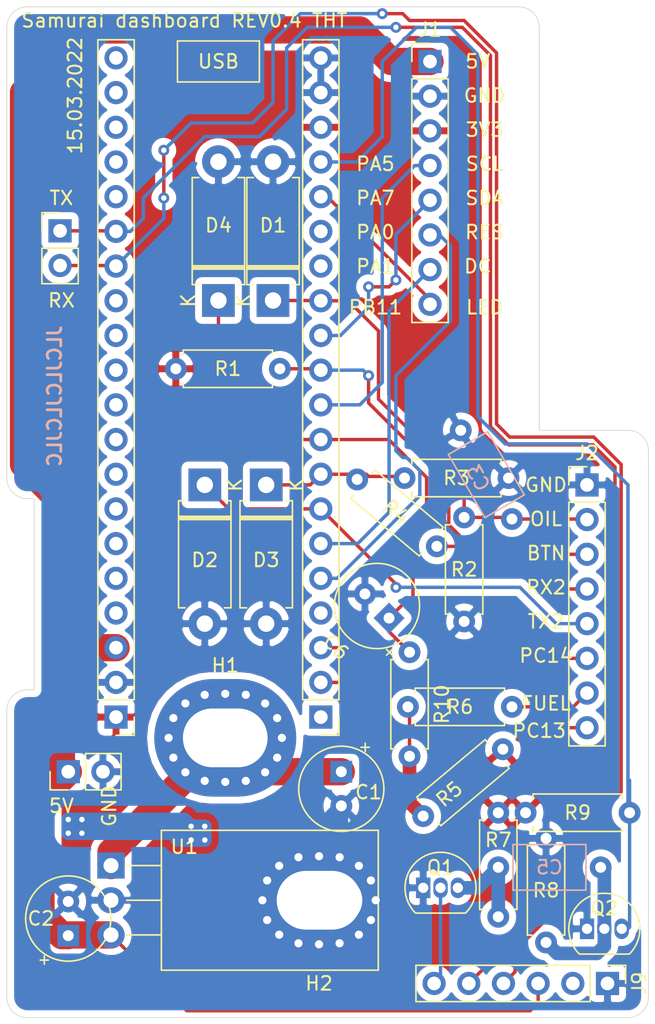
<source format=kicad_pcb>
(kicad_pcb (version 20171130) (host pcbnew 5.1.9+dfsg1-1~bpo10+1)
  (layers (0 F.Cu signal) (31 B.Cu signal) (34 B.Paste user) (35 F.Paste user) (36 B.SilkS user) (37 F.SilkS user) (38 B.Mask user) (39 F.Mask user) (44 Edge.Cuts user))
  (net 0 "")
  (net 1 +12V)
  (net 2 GND)
  (net 3 +5V)
  (net 4 PB0)
  (net 5 PA4)
  (net 6 Fuel_level)
  (net 7 "Net-(C5-Pad1)")
  (net 8 "Net-(C5-Pad2)")
  (net 9 PA2)
  (net 10 PA3)
  (net 11 +3V3)
  (net 12 PA5)
  (net 13 PA7)
  (net 14 PA0)
  (net 15 PA1)
  (net 16 PB11)
  (net 17 PC13)
  (net 18 PC14)
  (net 19 RX2)
  (net 20 PA6)
  (net 21 PA9)
  (net 22 PA10)
  (net 23 VB)
  (net 24 PC15)
  (net 25 PB1)
  (net 26 PB10)
  (net 27 RESET)
  (net 28 PB12)
  (net 29 PB13)
  (net 30 PB14)
  (net 31 PB15)
  (net 32 PA8)
  (net 33 PA11)
  (net 34 PA12)
  (net 35 PA15)
  (net 36 PB3)
  (net 37 PB4)
  (net 38 PB5)
  (net 39 PB6)
  (net 40 PB7)
  (net 41 PB8)
  (net 42 PB9)
  (net 43 "Net-(J9-Pad2)")
  (net 44 DTR)
  (net 45 "Net-(R10-Pad2)")
  (module Capacitor_THT:CP_Radial_Tantal_D6.0mm_P2.50mm (layer F.Cu) (at 104.5 96 270)
    (fp_text reference C1 (at 1.5 -2 180) (layer F.SilkS))
    (fp_text value 10uF)
    (pad 1 thru_hole rect (at 0 0 270) (size 1.6 1.6) (drill 0.8) (layers *.Cu *.Mask) (net 1 +12V))
    (pad 2 thru_hole circle (at 2.5 0 270) (size 1.6 1.6) (drill 0.8) (layers *.Cu *.Mask) (net 2 GND))
  )
  (module Capacitor_THT:CP_Radial_Tantal_D6.0mm_P2.50mm (layer F.Cu) (at 84.5 108 90)
    (fp_text reference C2 (at 1.25 -2 180) (layer F.SilkS))
    (fp_text value 47uF)
    (pad 2 thru_hole circle (at 2.5 0 90) (size 1.6 1.6) (drill 0.8) (layers *.Cu *.Mask) (net 2 GND))
    (pad 1 thru_hole rect (at 0 0 90) (size 1.6 1.6) (drill 0.8) (layers *.Cu *.Mask) (net 3 +5V))
  )
  (module Capacitor_THT:C_Axial_L5.1mm_D3.1mm_P7.50mm_Horizontal (layer B.Cu) (at 117 77.5 120)
    (fp_text reference C3 (at 3.848076 -0.665064 120) (layer B.SilkS) (effects (justify mirror)))
    (fp_text value 1u)
    (pad 2 thru_hole oval (at 7.5 0 120) (size 1.6 1.6) (drill 0.8) (layers *.Cu *.Mask) (net 2 GND))
    (pad 1 thru_hole circle (at 0 0 120) (size 1.6 1.6) (drill 0.8) (layers *.Cu *.Mask) (net 4 PB0))
  )
  (module Capacitor_THT:C_Axial_L5.1mm_D3.1mm_P7.50mm_Horizontal (layer B.Cu) (at 123.5 103 180)
    (fp_text reference C5 (at 3.75 0) (layer B.SilkS) (effects (justify mirror)))
    (fp_text value 1n)
    (pad 1 thru_hole circle (at 0 0 180) (size 1.6 1.6) (drill 0.8) (layers *.Cu *.Mask) (net 7 "Net-(C5-Pad1)"))
    (pad 2 thru_hole oval (at 7.5 0 180) (size 1.6 1.6) (drill 0.8) (layers *.Cu *.Mask) (net 8 "Net-(C5-Pad2)"))
  )
  (module Diode_THT:D_DO-15_P10.16mm_Horizontal (layer F.Cu) (at 99.5 61.5 90)
    (fp_text reference D1 (at 5.5 0) (layer F.SilkS))
    (fp_text value 3V6)
    (fp_text user K (at 0 -2.2 270) (layer F.SilkS))
    (pad 2 thru_hole oval (at 10.16 0 90) (size 2.4 2.4) (drill 1.2) (layers *.Cu *.Mask) (net 2 GND))
    (pad 1 thru_hole rect (at 0 0 90) (size 2.4 2.4) (drill 1.2) (layers *.Cu *.Mask) (net 4 PB0))
  )
  (module Diode_THT:D_DO-15_P10.16mm_Horizontal (layer F.Cu) (at 94.5 75 270)
    (fp_text reference D2 (at 5.5 0 180) (layer F.SilkS))
    (fp_text value 3V6)
    (fp_text user K (at 0 -2.2 90) (layer F.SilkS))
    (pad 1 thru_hole rect (at 0 0 270) (size 2.4 2.4) (drill 1.2) (layers *.Cu *.Mask) (net 9 PA2))
    (pad 2 thru_hole oval (at 10.16 0 270) (size 2.4 2.4) (drill 1.2) (layers *.Cu *.Mask) (net 2 GND))
  )
  (module Diode_THT:D_DO-15_P10.16mm_Horizontal (layer F.Cu) (at 99 75 270)
    (fp_text reference D3 (at 5.5 0 180) (layer F.SilkS))
    (fp_text value 3V6)
    (fp_text user K (at 0 -2.2 90) (layer F.SilkS))
    (pad 1 thru_hole rect (at 0 0 270) (size 2.4 2.4) (drill 1.2) (layers *.Cu *.Mask) (net 10 PA3))
    (pad 2 thru_hole oval (at 10.16 0 270) (size 2.4 2.4) (drill 1.2) (layers *.Cu *.Mask) (net 2 GND))
  )
  (module Diode_THT:D_DO-15_P10.16mm_Horizontal (layer F.Cu) (at 95.5 61.5 90)
    (fp_text reference D4 (at 5.5 0 180) (layer F.SilkS))
    (fp_text value 3V6)
    (fp_text user K (at 0 -2.2 90) (layer F.SilkS))
    (pad 2 thru_hole oval (at 10.16 0 90) (size 2.4 2.4) (drill 1.2) (layers *.Cu *.Mask) (net 2 GND))
    (pad 1 thru_hole rect (at 0 0 90) (size 2.4 2.4) (drill 1.2) (layers *.Cu *.Mask) (net 5 PA4))
  )
  (module MountingHole:MountingHole_4.3x6.2mm_M4_Pad_Via (layer F.Cu) (at 96 93.521)
    (fp_text reference H1 (at 0 -5.3) (layer F.SilkS))
    (fp_text value 12V)
    (pad 1 thru_hole circle (at 3.801 -1.45) (size 0.9 0.9) (drill 0.6) (layers *.Cu *.Mask) (net 1 +12V))
    (pad 1 thru_hole circle (at 0 -3.225) (size 0.9 0.9) (drill 0.6) (layers *.Cu *.Mask) (net 1 +12V))
    (pad 1 thru_hole circle (at -3.801 -1.45) (size 0.9 0.9) (drill 0.6) (layers *.Cu *.Mask) (net 1 +12V))
    (pad 1 thru_hole circle (at -4.15 0) (size 0.9 0.9) (drill 0.6) (layers *.Cu *.Mask) (net 1 +12V))
    (pad 1 thru_hole circle (at -3.801 1.45) (size 0.9 0.9) (drill 0.6) (layers *.Cu *.Mask) (net 1 +12V))
    (pad 1 thru_hole circle (at 0 3.225) (size 0.9 0.9) (drill 0.6) (layers *.Cu *.Mask) (net 1 +12V))
    (pad 1 thru_hole circle (at 3.801 1.45) (size 0.9 0.9) (drill 0.6) (layers *.Cu *.Mask) (net 1 +12V))
    (pad 1 thru_hole circle (at 4.15 0) (size 0.9 0.9) (drill 0.6) (layers *.Cu *.Mask) (net 1 +12V))
    (pad 1 thru_hole circle (at 1.505 -3.151) (size 0.9 0.9) (drill 0.6) (layers *.Cu *.Mask) (net 1 +12V))
    (pad 1 thru_hole circle (at 2.92 -2.521) (size 0.9 0.9) (drill 0.6) (layers *.Cu *.Mask) (net 1 +12V))
    (pad 1 thru_hole circle (at 2.92 2.521) (size 0.9 0.9) (drill 0.6) (layers *.Cu *.Mask) (net 1 +12V))
    (pad 1 thru_hole circle (at -2.92 2.521) (size 0.9 0.9) (drill 0.6) (layers *.Cu *.Mask) (net 1 +12V))
    (pad 1 thru_hole circle (at -2.92 -2.521) (size 0.9 0.9) (drill 0.6) (layers *.Cu *.Mask) (net 1 +12V))
    (pad 1 thru_hole circle (at -1.505 -3.151) (size 0.9 0.9) (drill 0.6) (layers *.Cu *.Mask) (net 1 +12V))
    (pad 1 thru_hole circle (at -1.505 3.151) (size 0.9 0.9) (drill 0.6) (layers *.Cu *.Mask) (net 1 +12V))
    (pad 1 thru_hole circle (at 1.505 3.151) (size 0.9 0.9) (drill 0.6) (layers *.Cu *.Mask) (net 1 +12V))
    (pad 1 thru_hole oval (at 0 0) (size 10.4 8.6) (drill oval 6.2 4.3) (layers *.Cu *.Mask) (net 1 +12V))
  )
  (module MountingHole:MountingHole_4.3x6.2mm_M4_Pad_Via (layer F.Cu) (at 102.87 105.41)
    (fp_text reference H2 (at 0 6.09) (layer F.SilkS))
    (fp_text value GND)
    (pad 1 thru_hole oval (at 0 0) (size 10.4 8.6) (drill oval 6.2 4.3) (layers *.Cu *.Mask) (net 2 GND))
    (pad 1 thru_hole circle (at 1.505 3.151) (size 0.9 0.9) (drill 0.6) (layers *.Cu *.Mask) (net 2 GND))
    (pad 1 thru_hole circle (at -1.505 3.151) (size 0.9 0.9) (drill 0.6) (layers *.Cu *.Mask) (net 2 GND))
    (pad 1 thru_hole circle (at -1.505 -3.151) (size 0.9 0.9) (drill 0.6) (layers *.Cu *.Mask) (net 2 GND))
    (pad 1 thru_hole circle (at -2.92 -2.521) (size 0.9 0.9) (drill 0.6) (layers *.Cu *.Mask) (net 2 GND))
    (pad 1 thru_hole circle (at -2.92 2.521) (size 0.9 0.9) (drill 0.6) (layers *.Cu *.Mask) (net 2 GND))
    (pad 1 thru_hole circle (at 2.92 2.521) (size 0.9 0.9) (drill 0.6) (layers *.Cu *.Mask) (net 2 GND))
    (pad 1 thru_hole circle (at 2.92 -2.521) (size 0.9 0.9) (drill 0.6) (layers *.Cu *.Mask) (net 2 GND))
    (pad 1 thru_hole circle (at 1.505 -3.151) (size 0.9 0.9) (drill 0.6) (layers *.Cu *.Mask) (net 2 GND))
    (pad 1 thru_hole circle (at 4.15 0) (size 0.9 0.9) (drill 0.6) (layers *.Cu *.Mask) (net 2 GND))
    (pad 1 thru_hole circle (at 3.801 1.45) (size 0.9 0.9) (drill 0.6) (layers *.Cu *.Mask) (net 2 GND))
    (pad 1 thru_hole circle (at 0 3.225) (size 0.9 0.9) (drill 0.6) (layers *.Cu *.Mask) (net 2 GND))
    (pad 1 thru_hole circle (at -3.801 1.45) (size 0.9 0.9) (drill 0.6) (layers *.Cu *.Mask) (net 2 GND))
    (pad 1 thru_hole circle (at -4.15 0) (size 0.9 0.9) (drill 0.6) (layers *.Cu *.Mask) (net 2 GND))
    (pad 1 thru_hole circle (at -3.801 -1.45) (size 0.9 0.9) (drill 0.6) (layers *.Cu *.Mask) (net 2 GND))
    (pad 1 thru_hole circle (at 0 -3.225) (size 0.9 0.9) (drill 0.6) (layers *.Cu *.Mask) (net 2 GND))
    (pad 1 thru_hole circle (at 3.801 -1.45) (size 0.9 0.9) (drill 0.6) (layers *.Cu *.Mask) (net 2 GND))
  )
  (module Connector_PinHeader_2.54mm:PinHeader_1x08_P2.54mm_Vertical (layer F.Cu) (at 111 44)
    (fp_text reference J1 (at 0 -2.33) (layer F.SilkS))
    (fp_text value LCD)
    (pad 1 thru_hole rect (at 0 0) (size 1.7 1.7) (drill 1) (layers *.Cu *.Mask) (net 3 +5V))
    (pad 2 thru_hole oval (at 0 2.54) (size 1.7 1.7) (drill 1) (layers *.Cu *.Mask) (net 2 GND))
    (pad 3 thru_hole oval (at 0 5.08) (size 1.7 1.7) (drill 1) (layers *.Cu *.Mask) (net 11 +3V3))
    (pad 4 thru_hole oval (at 0 7.62) (size 1.7 1.7) (drill 1) (layers *.Cu *.Mask) (net 12 PA5))
    (pad 5 thru_hole oval (at 0 10.16) (size 1.7 1.7) (drill 1) (layers *.Cu *.Mask) (net 13 PA7))
    (pad 6 thru_hole oval (at 0 12.7) (size 1.7 1.7) (drill 1) (layers *.Cu *.Mask) (net 14 PA0))
    (pad 7 thru_hole oval (at 0 15.24) (size 1.7 1.7) (drill 1) (layers *.Cu *.Mask) (net 15 PA1))
    (pad 8 thru_hole oval (at 0 17.78) (size 1.7 1.7) (drill 1) (layers *.Cu *.Mask) (net 16 PB11))
  )
  (module Connector_PinHeader_2.54mm:PinHeader_1x08_P2.54mm_Vertical (layer F.Cu) (at 122.5 75)
    (fp_text reference J2 (at 0 -2.33) (layer F.SilkS))
    (fp_text value IO)
    (pad 8 thru_hole oval (at 0 17.78) (size 1.7 1.7) (drill 1) (layers *.Cu *.Mask) (net 17 PC13))
    (pad 7 thru_hole oval (at 0 15.24) (size 1.7 1.7) (drill 1) (layers *.Cu *.Mask) (net 6 Fuel_level))
    (pad 6 thru_hole oval (at 0 12.7) (size 1.7 1.7) (drill 1) (layers *.Cu *.Mask) (net 18 PC14))
    (pad 5 thru_hole oval (at 0 10.16) (size 1.7 1.7) (drill 1) (layers *.Cu *.Mask) (net 9 PA2))
    (pad 4 thru_hole oval (at 0 7.62) (size 1.7 1.7) (drill 1) (layers *.Cu *.Mask) (net 19 RX2))
    (pad 3 thru_hole oval (at 0 5.08) (size 1.7 1.7) (drill 1) (layers *.Cu *.Mask) (net 20 PA6))
    (pad 2 thru_hole oval (at 0 2.54) (size 1.7 1.7) (drill 1) (layers *.Cu *.Mask) (net 4 PB0))
    (pad 1 thru_hole rect (at 0 0) (size 1.7 1.7) (drill 1) (layers *.Cu *.Mask) (net 2 GND))
  )
  (module Connector_PinHeader_2.54mm:PinHeader_1x02_P2.54mm_Vertical (layer F.Cu) (at 84.5 96 90)
    (fp_text reference J3 hide)
    (fp_text value PWR)
    (pad 2 thru_hole oval (at 0 2.54 90) (size 1.7 1.7) (drill 1) (layers *.Cu *.Mask) (net 2 GND))
    (pad 1 thru_hole rect (at 0 0 90) (size 1.7 1.7) (drill 1) (layers *.Cu *.Mask) (net 3 +5V))
  )
  (module Connector_PinHeader_2.54mm:PinHeader_1x02_P2.54mm_Vertical (layer F.Cu) (at 83.9 56.4)
    (fp_text reference J4 hide)
    (fp_text value prog)
    (pad 1 thru_hole rect (at 0 0) (size 1.7 1.7) (drill 1) (layers *.Cu *.Mask) (net 21 PA9))
    (pad 2 thru_hole oval (at 0 2.54) (size 1.7 1.7) (drill 1) (layers *.Cu *.Mask) (net 22 PA10))
  )
  (module Connector_PinHeader_2.54mm:PinHeader_1x20_P2.54mm_Vertical (layer F.Cu) (at 103 92 180)
    (fp_text reference J7 hide)
    (fp_text value STM32A)
    (pad 1 thru_hole rect (at 0 0 180) (size 1.7 1.7) (drill 1) (layers *.Cu *.Mask) (net 23 VB))
    (pad 2 thru_hole oval (at 0 2.54 180) (size 1.7 1.7) (drill 1) (layers *.Cu *.Mask) (net 17 PC13))
    (pad 3 thru_hole oval (at 0 5.08 180) (size 1.7 1.7) (drill 1) (layers *.Cu *.Mask) (net 18 PC14))
    (pad 4 thru_hole oval (at 0 7.62 180) (size 1.7 1.7) (drill 1) (layers *.Cu *.Mask) (net 24 PC15))
    (pad 5 thru_hole oval (at 0 10.16 180) (size 1.7 1.7) (drill 1) (layers *.Cu *.Mask) (net 14 PA0))
    (pad 6 thru_hole oval (at 0 12.7 180) (size 1.7 1.7) (drill 1) (layers *.Cu *.Mask) (net 15 PA1))
    (pad 7 thru_hole oval (at 0 15.24 180) (size 1.7 1.7) (drill 1) (layers *.Cu *.Mask) (net 9 PA2))
    (pad 8 thru_hole oval (at 0 17.78 180) (size 1.7 1.7) (drill 1) (layers *.Cu *.Mask) (net 10 PA3))
    (pad 9 thru_hole oval (at 0 20.32 180) (size 1.7 1.7) (drill 1) (layers *.Cu *.Mask) (net 5 PA4))
    (pad 10 thru_hole oval (at 0 22.86 180) (size 1.7 1.7) (drill 1) (layers *.Cu *.Mask) (net 12 PA5))
    (pad 11 thru_hole oval (at 0 25.4 180) (size 1.7 1.7) (drill 1) (layers *.Cu *.Mask) (net 20 PA6))
    (pad 12 thru_hole oval (at 0 27.94 180) (size 1.7 1.7) (drill 1) (layers *.Cu *.Mask) (net 13 PA7))
    (pad 13 thru_hole oval (at 0 30.48 180) (size 1.7 1.7) (drill 1) (layers *.Cu *.Mask) (net 4 PB0))
    (pad 14 thru_hole oval (at 0 33.02 180) (size 1.7 1.7) (drill 1) (layers *.Cu *.Mask) (net 25 PB1))
    (pad 15 thru_hole oval (at 0 35.56 180) (size 1.7 1.7) (drill 1) (layers *.Cu *.Mask) (net 26 PB10))
    (pad 16 thru_hole oval (at 0 38.1 180) (size 1.7 1.7) (drill 1) (layers *.Cu *.Mask) (net 16 PB11))
    (pad 17 thru_hole oval (at 0 40.64 180) (size 1.7 1.7) (drill 1) (layers *.Cu *.Mask) (net 27 RESET))
    (pad 18 thru_hole oval (at 0 43.18 180) (size 1.7 1.7) (drill 1) (layers *.Cu *.Mask) (net 11 +3V3))
    (pad 19 thru_hole oval (at 0 45.72 180) (size 1.7 1.7) (drill 1) (layers *.Cu *.Mask) (net 2 GND))
    (pad 20 thru_hole oval (at 0 48.26 180) (size 1.7 1.7) (drill 1) (layers *.Cu *.Mask) (net 2 GND))
  )
  (module Connector_PinHeader_2.54mm:PinHeader_1x20_P2.54mm_Vertical (layer F.Cu) (at 88 92 180)
    (fp_text reference J8 hide)
    (fp_text value STM32B)
    (pad 20 thru_hole oval (at 0 48.26 180) (size 1.7 1.7) (drill 1) (layers *.Cu *.Mask) (net 28 PB12))
    (pad 19 thru_hole oval (at 0 45.72 180) (size 1.7 1.7) (drill 1) (layers *.Cu *.Mask) (net 29 PB13))
    (pad 18 thru_hole oval (at 0 43.18 180) (size 1.7 1.7) (drill 1) (layers *.Cu *.Mask) (net 30 PB14))
    (pad 17 thru_hole oval (at 0 40.64 180) (size 1.7 1.7) (drill 1) (layers *.Cu *.Mask) (net 31 PB15))
    (pad 16 thru_hole oval (at 0 38.1 180) (size 1.7 1.7) (drill 1) (layers *.Cu *.Mask) (net 32 PA8))
    (pad 15 thru_hole oval (at 0 35.56 180) (size 1.7 1.7) (drill 1) (layers *.Cu *.Mask) (net 21 PA9))
    (pad 14 thru_hole oval (at 0 33.02 180) (size 1.7 1.7) (drill 1) (layers *.Cu *.Mask) (net 22 PA10))
    (pad 13 thru_hole oval (at 0 30.48 180) (size 1.7 1.7) (drill 1) (layers *.Cu *.Mask) (net 33 PA11))
    (pad 12 thru_hole oval (at 0 27.94 180) (size 1.7 1.7) (drill 1) (layers *.Cu *.Mask) (net 34 PA12))
    (pad 11 thru_hole oval (at 0 25.4 180) (size 1.7 1.7) (drill 1) (layers *.Cu *.Mask) (net 35 PA15))
    (pad 10 thru_hole oval (at 0 22.86 180) (size 1.7 1.7) (drill 1) (layers *.Cu *.Mask) (net 36 PB3))
    (pad 9 thru_hole oval (at 0 20.32 180) (size 1.7 1.7) (drill 1) (layers *.Cu *.Mask) (net 37 PB4))
    (pad 8 thru_hole oval (at 0 17.78 180) (size 1.7 1.7) (drill 1) (layers *.Cu *.Mask) (net 38 PB5))
    (pad 7 thru_hole oval (at 0 15.24 180) (size 1.7 1.7) (drill 1) (layers *.Cu *.Mask) (net 39 PB6))
    (pad 6 thru_hole oval (at 0 12.7 180) (size 1.7 1.7) (drill 1) (layers *.Cu *.Mask) (net 40 PB7))
    (pad 5 thru_hole oval (at 0 10.16 180) (size 1.7 1.7) (drill 1) (layers *.Cu *.Mask) (net 41 PB8))
    (pad 4 thru_hole oval (at 0 7.62 180) (size 1.7 1.7) (drill 1) (layers *.Cu *.Mask) (net 42 PB9))
    (pad 3 thru_hole oval (at 0 5.08 180) (size 1.7 1.7) (drill 1) (layers *.Cu *.Mask) (net 3 +5V))
    (pad 2 thru_hole oval (at 0 2.54 180) (size 1.7 1.7) (drill 1) (layers *.Cu *.Mask) (net 2 GND))
    (pad 1 thru_hole rect (at 0 0 180) (size 1.7 1.7) (drill 1) (layers *.Cu *.Mask) (net 11 +3V3))
  )
  (module Connector_PinHeader_2.54mm:PinHeader_1x06_P2.54mm_Vertical (layer F.Cu) (at 124 111.5 270)
    (fp_text reference J9 (at 0 -2.33 90) (layer F.SilkS))
    (fp_text value FTDI)
    (pad 1 thru_hole rect (at 0 0 270) (size 1.7 1.7) (drill 1) (layers *.Cu *.Mask) (net 2 GND))
    (pad 2 thru_hole oval (at 0 2.54 270) (size 1.7 1.7) (drill 1) (layers *.Cu *.Mask) (net 43 "Net-(J9-Pad2)"))
    (pad 3 thru_hole oval (at 0 5.08 270) (size 1.7 1.7) (drill 1) (layers *.Cu *.Mask) (net 3 +5V))
    (pad 4 thru_hole oval (at 0 7.62 270) (size 1.7 1.7) (drill 1) (layers *.Cu *.Mask) (net 22 PA10))
    (pad 5 thru_hole oval (at 0 10.16 270) (size 1.7 1.7) (drill 1) (layers *.Cu *.Mask) (net 21 PA9))
    (pad 6 thru_hole oval (at 0 12.7 270) (size 1.7 1.7) (drill 1) (layers *.Cu *.Mask) (net 44 DTR))
  )
  (module Package_TO_SOT_THT:TO-92_Inline (layer F.Cu) (at 110.5 104.5)
    (fp_text reference Q1 (at 1.27 -1.5) (layer F.SilkS))
    (fp_text value 2N3904)
    (pad 1 thru_hole rect (at 0 0) (size 1.05 1.5) (drill 0.75) (layers *.Cu *.Mask) (net 2 GND))
    (pad 3 thru_hole oval (at 2.54 0) (size 1.05 1.5) (drill 0.75) (layers *.Cu *.Mask) (net 8 "Net-(C5-Pad2)"))
    (pad 2 thru_hole oval (at 1.27 0) (size 1.05 1.5) (drill 0.75) (layers *.Cu *.Mask) (net 44 DTR))
  )
  (module Package_TO_SOT_THT:TO-92_Inline (layer F.Cu) (at 122.5 107.5)
    (fp_text reference Q2 (at 1.27 -1.5) (layer F.SilkS))
    (fp_text value 2N3904)
    (pad 2 thru_hole oval (at 1.27 0) (size 1.05 1.5) (drill 0.75) (layers *.Cu *.Mask) (net 7 "Net-(C5-Pad1)"))
    (pad 3 thru_hole oval (at 2.54 0) (size 1.05 1.5) (drill 0.75) (layers *.Cu *.Mask) (net 27 RESET))
    (pad 1 thru_hole rect (at 0 0) (size 1.05 1.5) (drill 0.75) (layers *.Cu *.Mask) (net 2 GND))
  )
  (module Resistor_THT:R_Axial_DIN0207_L6.3mm_D2.5mm_P7.62mm_Horizontal (layer F.Cu) (at 100 66.5 180)
    (fp_text reference R1 (at 3.81 0) (layer F.SilkS))
    (fp_text value 10K)
    (pad 1 thru_hole circle (at 0 0 180) (size 1.6 1.6) (drill 0.8) (layers *.Cu *.Mask) (net 20 PA6))
    (pad 2 thru_hole oval (at 7.62 0 180) (size 1.6 1.6) (drill 0.8) (layers *.Cu *.Mask) (net 11 +3V3))
  )
  (module Resistor_THT:R_Axial_DIN0207_L6.3mm_D2.5mm_P7.62mm_Horizontal (layer F.Cu) (at 113.5 85 90)
    (fp_text reference R2 (at 3.81 0 180) (layer F.SilkS))
    (fp_text value 150)
    (pad 2 thru_hole oval (at 7.62 0 90) (size 1.6 1.6) (drill 0.8) (layers *.Cu *.Mask) (net 4 PB0))
    (pad 1 thru_hole circle (at 0 0 90) (size 1.6 1.6) (drill 0.8) (layers *.Cu *.Mask) (net 2 GND))
  )
  (module Resistor_THT:R_Axial_DIN0207_L6.3mm_D2.5mm_P7.62mm_Horizontal (layer F.Cu) (at 116.75 74.5 180)
    (fp_text reference R3 (at 3.81 0) (layer F.SilkS))
    (fp_text value 330)
    (pad 2 thru_hole oval (at 7.62 0 180) (size 1.6 1.6) (drill 0.8) (layers *.Cu *.Mask) (net 10 PA3))
    (pad 1 thru_hole circle (at 0 0 180) (size 1.6 1.6) (drill 0.8) (layers *.Cu *.Mask) (net 2 GND))
  )
  (module Resistor_THT:R_Axial_DIN0207_L6.3mm_D2.5mm_P7.62mm_Horizontal (layer F.Cu) (at 111.5 79.5 140)
    (fp_text reference R4 (at 3.905102 -0.013252 140) (layer F.SilkS))
    (fp_text value 230)
    (pad 1 thru_hole circle (at 0 0 140) (size 1.6 1.6) (drill 0.8) (layers *.Cu *.Mask) (net 19 RX2))
    (pad 2 thru_hole oval (at 7.62 0 140) (size 1.6 1.6) (drill 0.8) (layers *.Cu *.Mask) (net 10 PA3))
  )
  (module Resistor_THT:R_Axial_DIN0207_L6.3mm_D2.5mm_P7.62mm_Horizontal (layer F.Cu) (at 110.5 99.25 40)
    (fp_text reference R5 (at 2.5 0 40) (layer F.SilkS))
    (fp_text value 120)
    (pad 1 thru_hole circle (at 0 0 40) (size 1.6 1.6) (drill 0.8) (layers *.Cu *.Mask) (net 45 "Net-(R10-Pad2)"))
    (pad 2 thru_hole oval (at 7.62 0 40) (size 1.6 1.6) (drill 0.8) (layers *.Cu *.Mask) (net 11 +3V3))
  )
  (module Resistor_THT:R_Axial_DIN0207_L6.3mm_D2.5mm_P7.62mm_Horizontal (layer F.Cu) (at 117 91.25 180)
    (fp_text reference R6 (at 3.81 0) (layer F.SilkS))
    (fp_text value 120)
    (pad 2 thru_hole oval (at 7.62 0 180) (size 1.6 1.6) (drill 0.8) (layers *.Cu *.Mask) (net 45 "Net-(R10-Pad2)"))
    (pad 1 thru_hole circle (at 0 0 180) (size 1.6 1.6) (drill 0.8) (layers *.Cu *.Mask) (net 6 Fuel_level))
  )
  (module Resistor_THT:R_Axial_DIN0207_L6.3mm_D2.5mm_P7.62mm_Horizontal (layer F.Cu) (at 116 99 270)
    (fp_text reference R7 (at 2 0 180) (layer F.SilkS))
    (fp_text value 100R)
    (pad 2 thru_hole oval (at 7.62 0 270) (size 1.6 1.6) (drill 0.8) (layers *.Cu *.Mask) (net 8 "Net-(C5-Pad2)"))
    (pad 1 thru_hole circle (at 0 0 270) (size 1.6 1.6) (drill 0.8) (layers *.Cu *.Mask) (net 11 +3V3))
  )
  (module Resistor_THT:R_Axial_DIN0207_L6.3mm_D2.5mm_P7.62mm_Horizontal (layer F.Cu) (at 119.5 108.5 90)
    (fp_text reference R8 (at 3.81 0 180) (layer F.SilkS))
    (fp_text value 100K)
    (pad 1 thru_hole circle (at 0 0 90) (size 1.6 1.6) (drill 0.8) (layers *.Cu *.Mask) (net 7 "Net-(C5-Pad1)"))
    (pad 2 thru_hole oval (at 7.62 0 90) (size 1.6 1.6) (drill 0.8) (layers *.Cu *.Mask) (net 2 GND))
  )
  (module Resistor_THT:R_Axial_DIN0207_L6.3mm_D2.5mm_P7.62mm_Horizontal (layer F.Cu) (at 118 99)
    (fp_text reference R9 (at 3.81 0) (layer F.SilkS))
    (fp_text value 10K)
    (pad 1 thru_hole circle (at 0 0) (size 1.6 1.6) (drill 0.8) (layers *.Cu *.Mask) (net 11 +3V3))
    (pad 2 thru_hole oval (at 7.62 0) (size 1.6 1.6) (drill 0.8) (layers *.Cu *.Mask) (net 27 RESET))
  )
  (module Package_TO_SOT_THT:TO-220-3_Horizontal_TabDown (layer F.Cu) (at 87.63 102.87 270)
    (fp_text reference U1 (at -1.37 -5.37 180) (layer F.SilkS))
    (fp_text value L7805)
    (pad "" np_thru_hole oval (at 2.54 -16.66 270) (size 3.5 3.5) (drill 3.5) (layers *.Cu *.Mask))
    (pad 1 thru_hole rect (at 0 0 270) (size 1.905 2) (drill 1.1) (layers *.Cu *.Mask) (net 1 +12V))
    (pad 2 thru_hole oval (at 2.54 0 270) (size 1.905 2) (drill 1.1) (layers *.Cu *.Mask) (net 2 GND))
    (pad 3 thru_hole oval (at 5.08 0 270) (size 1.905 2) (drill 1.1) (layers *.Cu *.Mask) (net 3 +5V))
  )
  (module Capacitor_THT:CP_Radial_Tantal_D6.0mm_P2.50mm (layer F.Cu) (at 108 84.75 135)
    (fp_text reference C6 (at 1.25 -4.25 135) (layer F.SilkS))
    (fp_text value 10u)
    (pad 1 thru_hole rect (at 0 0 135) (size 1.6 1.6) (drill 0.8) (layers *.Cu *.Mask) (net 5 PA4))
    (pad 2 thru_hole circle (at 2.5 0 135) (size 1.6 1.6) (drill 0.8) (layers *.Cu *.Mask) (net 2 GND))
  )
  (module Resistor_THT:R_Axial_DIN0207_L6.3mm_D2.5mm_P7.62mm_Horizontal (layer F.Cu) (at 109.5 87.25 270)
    (fp_text reference R10 (at 3.81 -2.37 90) (layer F.SilkS))
    (fp_text value 100K)
    (pad 1 thru_hole circle (at 0 0 270) (size 1.6 1.6) (drill 0.8) (layers *.Cu *.Mask) (net 5 PA4))
    (pad 2 thru_hole oval (at 7.62 0 270) (size 1.6 1.6) (drill 0.8) (layers *.Cu *.Mask) (net 45 "Net-(R10-Pad2)"))
  )
  (gr_text JLCJLCJLCJLC (at 83.5 68.5 90) (layer B.SilkS) (effects (font (size 1 1) (thickness 0.2)) (justify mirror)))
  (gr_text 15.03.2022 (at 85 46.5 90) (layer F.SilkS) (effects (font (size 1 1))))
  (gr_text "Samurai dashboard REV0.4 THT" (at 93 41) (layer F.SilkS) (effects (font (size 1 1))))
  (gr_arc (start 81.5 74.5) (end 80 74.5) (angle -90) (layer Edge.Cuts) (width 0.05))
  (gr_arc (start 81.5 91.5) (end 81.5 90) (angle -90) (layer Edge.Cuts) (width 0.05))
  (gr_arc (start 81.5 41.5) (end 81.5 40) (angle -90) (layer Edge.Cuts) (width 0.05))
  (gr_arc (start 117.5 41.5) (end 119 41.5) (angle -90) (layer Edge.Cuts) (width 0.05))
  (gr_arc (start 125.5 72.5) (end 127 72.5) (angle -90) (layer Edge.Cuts) (width 0.05))
  (gr_arc (start 125.5 112.5) (end 125.5 114) (angle -90) (layer Edge.Cuts) (width 0.05))
  (gr_arc (start 81.5 112.5) (end 80 112.5) (angle -90) (layer Edge.Cuts) (width 0.05))
  (gr_text PB11 (at 107 62) (layer F.SilkS) (effects (font (size 1 1))))
  (gr_text PA1 (at 107 59) (layer F.SilkS) (effects (font (size 1 1))))
  (gr_text PA0 (at 107 56.5) (layer F.SilkS) (effects (font (size 1 1))))
  (gr_text PA7 (at 107 54) (layer F.SilkS) (effects (font (size 1 1))))
  (gr_text PA5 (at 107 51.5) (layer F.SilkS) (effects (font (size 1 1))))
  (gr_text LED (at 115 62) (layer F.SilkS) (effects (font (size 1 1))))
  (gr_text DC (at 114.5 59) (layer F.SilkS) (effects (font (size 1 1))))
  (gr_text RES (at 115 56.5) (layer F.SilkS) (effects (font (size 1 1))))
  (gr_text SDA (at 115 54) (layer F.SilkS) (effects (font (size 1 1))))
  (gr_text SCL (at 115 51.5) (layer F.SilkS) (effects (font (size 1 1))))
  (gr_text 3V3 (at 115 49) (layer F.SilkS) (effects (font (size 1 1))))
  (gr_text GND (at 115 46.5) (layer F.SilkS) (effects (font (size 1 1))))
  (gr_text 5V (at 114.5 44) (layer F.SilkS) (effects (font (size 1 1))))
  (gr_text PC13 (at 119 93) (layer F.SilkS) (effects (font (size 1 1))))
  (gr_text FUEL (at 119.5 91) (layer F.SilkS) (effects (font (size 1 1))))
  (gr_text PC14 (at 119.5 87.5) (layer F.SilkS) (effects (font (size 1 1))))
  (gr_text TX2 (at 119.5 85) (layer F.SilkS) (effects (font (size 1 1))))
  (gr_text RX2 (at 119.5 82.5) (layer F.SilkS) (effects (font (size 1 1))))
  (gr_text BTN (at 119.5 80) (layer F.SilkS) (effects (font (size 1 1))))
  (gr_text OIL (at 119.5 77.5) (layer F.SilkS) (effects (font (size 1 1))))
  (gr_text GND (at 119.5 75) (layer F.SilkS) (effects (font (size 1 1))))
  (gr_text USB (at 95.5 44) (layer F.SilkS) (effects (font (size 1 1))))
  (gr_line (start 92.5 45.5) (end 92.5 42.5) (layer F.SilkS) (width 0.12))
  (gr_line (start 98.5 45.5) (end 92.5 45.5) (layer F.SilkS) (width 0.12))
  (gr_line (start 98.5 42.5) (end 98.5 45.5) (layer F.SilkS) (width 0.12))
  (gr_line (start 92.5 42.5) (end 98.5 42.5) (layer F.SilkS) (width 0.12))
  (gr_text GND (at 87.5 98.5 90) (layer F.SilkS) (effects (font (size 1 1))))
  (gr_text 5V (at 84 98.5) (layer F.SilkS) (effects (font (size 1 1))))
  (gr_text TX (at 84 54) (layer F.SilkS) (effects (font (size 1 1))))
  (gr_text RX (at 84 61.5) (layer F.SilkS) (effects (font (size 1 1))))
  (gr_line (start 80 74.5) (end 80 41.5) (layer Edge.Cuts) (width 0.05))
  (gr_line (start 82 76) (end 81.5 76) (layer Edge.Cuts) (width 0.05))
  (gr_line (start 82 90) (end 82 76) (layer Edge.Cuts) (width 0.05))
  (gr_line (start 81.5 90) (end 82 90) (layer Edge.Cuts) (width 0.05))
  (gr_line (start 80 112.5) (end 80 91.5) (layer Edge.Cuts) (width 0.05))
  (gr_line (start 125.5 114) (end 81.5 114) (layer Edge.Cuts) (width 0.05))
  (gr_line (start 127 72.5) (end 127 112.5) (layer Edge.Cuts) (width 0.05))
  (gr_line (start 119 71) (end 125.5 71) (layer Edge.Cuts) (width 0.05))
  (gr_line (start 119 41.5) (end 119 71) (layer Edge.Cuts) (width 0.05))
  (gr_line (start 81.5 40) (end 117.5 40) (layer Edge.Cuts) (width 0.05))
  (segment (start 87.63 101.891) (end 96 93.521) (width 2) (layer F.Cu) (net 1))
  (segment (start 87.63 102.87) (end 87.63 101.891) (width 2) (layer F.Cu) (net 1))
  (segment (start 98.479 96) (end 96 93.521) (width 2) (layer F.Cu) (net 1))
  (segment (start 104.5 96) (end 98.479 96) (width 2) (layer F.Cu) (net 1))
  (segment (start 101.839999 101.160001) (end 104.5 98.5) (width 1) (layer B.Cu) (net 2))
  (segment (start 101.839999 103.160001) (end 101.839999 101.160001) (width 1) (layer B.Cu) (net 2))
  (segment (start 104.5 98.5) (end 104.5 100.5) (width 1) (layer B.Cu) (net 2))
  (segment (start 104.5 100.5) (end 101.839999 103.160001) (width 1) (layer B.Cu) (net 2))
  (segment (start 101.839999 102.160001) (end 101.839999 105.41) (width 1) (layer B.Cu) (net 2))
  (segment (start 103.5 100.5) (end 101.839999 102.160001) (width 1) (layer B.Cu) (net 2))
  (segment (start 104.5 98.5) (end 103.5 99.5) (width 1) (layer B.Cu) (net 2))
  (segment (start 103.5 99.5) (end 103.5 100.5) (width 1) (layer B.Cu) (net 2))
  (segment (start 84.55 107.95) (end 84.5 108) (width 2) (layer F.Cu) (net 3))
  (segment (start 87.63 107.95) (end 84.55 107.95) (width 2) (layer F.Cu) (net 3))
  (segment (start 84.039998 108) (end 82.5 106.460002) (width 2) (layer F.Cu) (net 3))
  (segment (start 84.5 108) (end 84.039998 108) (width 2) (layer F.Cu) (net 3))
  (segment (start 82.5 98) (end 84.5 96) (width 2) (layer F.Cu) (net 3))
  (segment (start 82.5 106.460002) (end 82.5 98) (width 2) (layer F.Cu) (net 3))
  (segment (start 84 95.5) (end 84.5 96) (width 2) (layer F.Cu) (net 3))
  (segment (start 108.15 44) (end 105.839999 41.689999) (width 2) (layer F.Cu) (net 3))
  (segment (start 111 44) (end 108.15 44) (width 2) (layer F.Cu) (net 3))
  (segment (start 105.839999 41.689999) (end 85.810001 41.689999) (width 2) (layer F.Cu) (net 3))
  (segment (start 85.810001 41.689999) (end 81.22501 46.27499) (width 2) (layer F.Cu) (net 3))
  (segment (start 81.22501 46.27499) (end 81.22501 73.492585) (width 2) (layer F.Cu) (net 3))
  (segment (start 81.22501 73.492585) (end 84 76.267575) (width 2) (layer F.Cu) (net 3))
  (segment (start 88 86.92) (end 85.08 86.92) (width 2) (layer F.Cu) (net 3))
  (segment (start 84 76.267575) (end 84 88) (width 2) (layer F.Cu) (net 3))
  (segment (start 85.08 86.92) (end 84 88) (width 2) (layer F.Cu) (net 3))
  (segment (start 84 88) (end 84 95.5) (width 2) (layer F.Cu) (net 3))
  (segment (start 118.92 111.5) (end 118.92 112.92) (width 0.25) (layer F.Cu) (net 3))
  (segment (start 118.92 112.92) (end 118.34 113.5) (width 0.25) (layer F.Cu) (net 3))
  (segment (start 93.18 113.5) (end 87.63 107.95) (width 0.25) (layer F.Cu) (net 3))
  (segment (start 118.34 113.5) (end 93.18 113.5) (width 0.25) (layer F.Cu) (net 3))
  (segment (start 102.98 61.5) (end 103 61.52) (width 0.25) (layer F.Cu) (net 4))
  (segment (start 99.5 61.5) (end 102.98 61.5) (width 0.25) (layer F.Cu) (net 4))
  (segment (start 116.88 77.38) (end 117 77.5) (width 0.25) (layer F.Cu) (net 4))
  (segment (start 113.5 77.38) (end 116.88 77.38) (width 0.25) (layer F.Cu) (net 4))
  (segment (start 120.21 77.5) (end 120.25 77.54) (width 0.25) (layer F.Cu) (net 4))
  (segment (start 117 77.5) (end 120.21 77.5) (width 0.25) (layer F.Cu) (net 4))
  (segment (start 113.5 76.5) (end 113.5 77.38) (width 0.25) (layer F.Cu) (net 4))
  (segment (start 107.225001 68.725001) (end 113.5 75) (width 0.25) (layer F.Cu) (net 4))
  (segment (start 113.5 75) (end 113.5 77.38) (width 0.25) (layer F.Cu) (net 4))
  (segment (start 103 61.52) (end 105.02 61.52) (width 0.25) (layer F.Cu) (net 4))
  (segment (start 107.225001 63.725001) (end 107.225001 68.725001) (width 0.25) (layer F.Cu) (net 4))
  (segment (start 105.02 61.52) (end 107.225001 63.725001) (width 0.25) (layer F.Cu) (net 4))
  (segment (start 122.46 77.5) (end 122.5 77.54) (width 0.25) (layer F.Cu) (net 4))
  (segment (start 120.21 77.5) (end 122.46 77.5) (width 0.25) (layer F.Cu) (net 4))
  (segment (start 103 71.68) (end 100.18 71.68) (width 0.25) (layer F.Cu) (net 5))
  (segment (start 95 62) (end 95.5 61.5) (width 0.25) (layer F.Cu) (net 5))
  (segment (start 108 85.75) (end 108 84.75) (width 0.25) (layer F.Cu) (net 5))
  (segment (start 109.5 87.25) (end 108 85.75) (width 0.25) (layer F.Cu) (net 5))
  (segment (start 99.18 71.68) (end 100.18 71.68) (width 0.25) (layer F.Cu) (net 5))
  (segment (start 95.5 61.5) (end 95.5 68) (width 0.25) (layer F.Cu) (net 5))
  (segment (start 95.5 68) (end 99.18 71.68) (width 0.25) (layer F.Cu) (net 5))
  (segment (start 107.975002 71.68) (end 110.75 74.454998) (width 0.25) (layer F.Cu) (net 5))
  (segment (start 103 71.68) (end 107.975002 71.68) (width 0.25) (layer F.Cu) (net 5))
  (segment (start 110.75 74.454998) (end 110.75 77) (width 0.25) (layer F.Cu) (net 5))
  (segment (start 110.75 77) (end 109.75 78) (width 0.25) (layer F.Cu) (net 5))
  (segment (start 109.75 78) (end 109.75 83.5) (width 0.25) (layer F.Cu) (net 5))
  (segment (start 109.25 83.5) (end 108 84.75) (width 0.25) (layer F.Cu) (net 5))
  (segment (start 109.75 83.5) (end 109.25 83.5) (width 0.25) (layer F.Cu) (net 5))
  (segment (start 121.49 91.25) (end 122.5 90.24) (width 0.25) (layer F.Cu) (net 6))
  (segment (start 117 91.25) (end 121.49 91.25) (width 0.25) (layer F.Cu) (net 6))
  (segment (start 123.77 103.27) (end 123.5 103) (width 1) (layer B.Cu) (net 7))
  (segment (start 123.77 107.5) (end 123.77 103.27) (width 1) (layer B.Cu) (net 7))
  (segment (start 123.77 108.765002) (end 123.77 107.5) (width 1) (layer B.Cu) (net 7))
  (segment (start 123.235003 109.299999) (end 123.77 108.765002) (width 1) (layer B.Cu) (net 7))
  (segment (start 120.299999 109.299999) (end 123.235003 109.299999) (width 1) (layer B.Cu) (net 7))
  (segment (start 119.5 108.5) (end 120.299999 109.299999) (width 1) (layer B.Cu) (net 7))
  (segment (start 114.5 104.5) (end 116 103) (width 1) (layer B.Cu) (net 8))
  (segment (start 113.04 104.5) (end 114.5 104.5) (width 1) (layer B.Cu) (net 8))
  (segment (start 116 106.62) (end 116 103) (width 1) (layer B.Cu) (net 8))
  (segment (start 96.26 76.76) (end 103 76.76) (width 0.25) (layer F.Cu) (net 9))
  (segment (start 94.5 75) (end 96.26 76.76) (width 0.25) (layer F.Cu) (net 9))
  (segment (start 103 76.76) (end 108.5 82.26) (width 0.25) (layer F.Cu) (net 9))
  (segment (start 108.5 82.26) (end 108.5 82.5) (width 0.25) (layer F.Cu) (net 9))
  (segment (start 108.5 82.5) (end 108.5 82.5) (width 0.25) (layer F.Cu) (net 9))
  (via (at 108.5 82.5) (size 0.8) (drill 0.4) (layers F.Cu B.Cu) (net 9))
  (segment (start 117.59 82.5) (end 120.25 85.16) (width 0.25) (layer B.Cu) (net 9))
  (segment (start 108.5 82.5) (end 117.59 82.5) (width 0.25) (layer B.Cu) (net 9))
  (segment (start 120.25 85.16) (end 122.5 85.16) (width 0.25) (layer B.Cu) (net 9))
  (segment (start 102.22 75) (end 103 74.22) (width 0.25) (layer F.Cu) (net 10))
  (segment (start 99 75) (end 102.22 75) (width 0.25) (layer F.Cu) (net 10))
  (segment (start 106.34 74.22) (end 106.5 74.38) (width 0.25) (layer F.Cu) (net 10))
  (segment (start 103 74.22) (end 106.34 74.22) (width 0.25) (layer F.Cu) (net 10))
  (segment (start 109.01 74.38) (end 109.13 74.5) (width 0.25) (layer F.Cu) (net 10))
  (segment (start 106.5 74.38) (end 109.01 74.38) (width 0.25) (layer F.Cu) (net 10))
  (via (at 93.5 100) (size 0.8) (drill 0.4) (layers F.Cu B.Cu) (net 11))
  (via (at 93.5 101) (size 0.8) (drill 0.4) (layers F.Cu B.Cu) (net 11))
  (via (at 85.5 99.5) (size 0.8) (drill 0.4) (layers F.Cu B.Cu) (net 11))
  (via (at 85.5 100.5) (size 0.8) (drill 0.4) (layers F.Cu B.Cu) (net 11))
  (via (at 84.5 99.5) (size 0.8) (drill 0.4) (layers F.Cu B.Cu) (net 11))
  (via (at 84.5 100.5) (size 0.8) (drill 0.4) (layers F.Cu B.Cu) (net 11))
  (via (at 94.5 100) (size 0.8) (drill 0.4) (layers F.Cu B.Cu) (net 11))
  (via (at 94.5 101) (size 0.8) (drill 0.4) (layers F.Cu B.Cu) (net 11))
  (segment (start 93 99.5) (end 93.5 100) (width 1) (layer B.Cu) (net 11))
  (segment (start 85.5 99.5) (end 93 99.5) (width 1) (layer B.Cu) (net 11))
  (segment (start 93.5 101) (end 92.5 100) (width 1) (layer B.Cu) (net 11))
  (segment (start 92 100.5) (end 85.5 100.5) (width 1) (layer B.Cu) (net 11))
  (segment (start 92.5 100) (end 92 100.5) (width 1) (layer B.Cu) (net 11))
  (segment (start 84.5 100.5) (end 85.5 100.5) (width 1) (layer B.Cu) (net 11))
  (segment (start 84.5 99.5) (end 85.5 99.5) (width 1) (layer B.Cu) (net 11))
  (segment (start 93.5 100) (end 94.5 100) (width 1) (layer B.Cu) (net 11))
  (segment (start 93.5 101) (end 94.5 101) (width 1) (layer B.Cu) (net 11))
  (segment (start 93.5 101) (end 92.5 101) (width 1) (layer B.Cu) (net 11))
  (segment (start 94.5 101) (end 94.5 100) (width 1) (layer B.Cu) (net 11))
  (segment (start 84.5 100.5) (end 84.5 99.5) (width 1) (layer B.Cu) (net 11))
  (segment (start 109.88 51.62) (end 111 51.62) (width 0.25) (layer B.Cu) (net 12))
  (segment (start 107.5 54) (end 109.88 51.62) (width 0.25) (layer B.Cu) (net 12))
  (segment (start 107.5 67.5) (end 107.5 54) (width 0.25) (layer B.Cu) (net 12))
  (segment (start 103 69.14) (end 105.86 69.14) (width 0.25) (layer B.Cu) (net 12))
  (segment (start 105.86 69.14) (end 107.5 67.5) (width 0.25) (layer B.Cu) (net 12))
  (segment (start 111 54.16) (end 108.5 56.66) (width 0.25) (layer B.Cu) (net 13))
  (segment (start 108.5 56.66) (end 108.5 60) (width 0.25) (layer B.Cu) (net 13))
  (segment (start 108.5 60) (end 108.5 60) (width 0.25) (layer B.Cu) (net 13))
  (via (at 108.5 60) (size 0.8) (drill 0.4) (layers F.Cu B.Cu) (net 13))
  (segment (start 103 64.06) (end 104.44 64.06) (width 0.25) (layer B.Cu) (net 13))
  (segment (start 104.44 64.06) (end 106.5 62) (width 0.25) (layer B.Cu) (net 13))
  (segment (start 106.5 62) (end 106.5 60.5) (width 0.25) (layer B.Cu) (net 13))
  (segment (start 106.5 60.5) (end 106.5 60.5) (width 0.25) (layer B.Cu) (net 13))
  (via (at 106.5 60.5) (size 0.8) (drill 0.4) (layers F.Cu B.Cu) (net 13))
  (segment (start 108 60.5) (end 108.5 60) (width 0.25) (layer F.Cu) (net 13))
  (segment (start 106.5 60.5) (end 108 60.5) (width 0.25) (layer F.Cu) (net 13))
  (segment (start 112.5 57.5) (end 111.7 56.7) (width 0.25) (layer B.Cu) (net 14))
  (segment (start 108.5 72.5) (end 108.5 67) (width 0.25) (layer B.Cu) (net 14))
  (segment (start 111.7 56.7) (end 111 56.7) (width 0.25) (layer B.Cu) (net 14))
  (segment (start 104.202081 81.84) (end 110.255001 75.78708) (width 0.25) (layer B.Cu) (net 14))
  (segment (start 110.255001 75.78708) (end 110.255001 73.959999) (width 0.25) (layer B.Cu) (net 14))
  (segment (start 110.255001 73.959999) (end 109.295002 73) (width 0.25) (layer B.Cu) (net 14))
  (segment (start 112.5 63) (end 112.5 57.5) (width 0.25) (layer B.Cu) (net 14))
  (segment (start 108.5 67) (end 112.5 63) (width 0.25) (layer B.Cu) (net 14))
  (segment (start 109.295002 73) (end 109 73) (width 0.25) (layer B.Cu) (net 14))
  (segment (start 103 81.84) (end 104.202081 81.84) (width 0.25) (layer B.Cu) (net 14))
  (segment (start 109 73) (end 108.5 72.5) (width 0.25) (layer B.Cu) (net 14))
  (segment (start 111 59.24) (end 108 62.24) (width 0.25) (layer B.Cu) (net 15))
  (segment (start 108 62.24) (end 108 77) (width 0.25) (layer B.Cu) (net 15))
  (segment (start 105.7 79.3) (end 103 79.3) (width 0.25) (layer B.Cu) (net 15))
  (segment (start 108 77) (end 105.7 79.3) (width 0.25) (layer B.Cu) (net 15))
  (segment (start 111 61.426998) (end 111 61.78) (width 0.25) (layer F.Cu) (net 16))
  (segment (start 103.473002 53.9) (end 111 61.426998) (width 0.25) (layer F.Cu) (net 16))
  (segment (start 103 53.9) (end 103.473002 53.9) (width 0.25) (layer F.Cu) (net 16))
  (segment (start 103 89.46) (end 106.46 89.46) (width 0.25) (layer F.Cu) (net 17))
  (segment (start 111.96 89.46) (end 103 89.46) (width 0.25) (layer F.Cu) (net 17))
  (segment (start 122.5 92.78) (end 115.28 92.78) (width 0.25) (layer F.Cu) (net 17))
  (segment (start 115.28 92.78) (end 111.96 89.46) (width 0.25) (layer F.Cu) (net 17))
  (segment (start 120.25 87.7) (end 122.5 87.7) (width 0.25) (layer F.Cu) (net 18))
  (segment (start 119.2 88.75) (end 120.25 87.7) (width 0.25) (layer F.Cu) (net 18))
  (segment (start 107.25 88.75) (end 119.2 88.75) (width 0.25) (layer F.Cu) (net 18))
  (segment (start 103 86.92) (end 105.42 86.92) (width 0.25) (layer F.Cu) (net 18))
  (segment (start 105.42 86.92) (end 107.25 88.75) (width 0.25) (layer F.Cu) (net 18))
  (segment (start 117.13 79.5) (end 120.25 82.62) (width 0.25) (layer F.Cu) (net 19))
  (segment (start 111.5 79.5) (end 117.13 79.5) (width 0.25) (layer F.Cu) (net 19))
  (segment (start 120.25 82.62) (end 122.5 82.62) (width 0.25) (layer F.Cu) (net 19))
  (segment (start 102.9 66.5) (end 103 66.6) (width 0.25) (layer F.Cu) (net 20))
  (segment (start 100 66.5) (end 102.9 66.5) (width 0.25) (layer F.Cu) (net 20))
  (segment (start 103 66.6) (end 106.1 66.6) (width 0.25) (layer B.Cu) (net 20))
  (segment (start 106.1 66.6) (end 106.5 67) (width 0.25) (layer B.Cu) (net 20))
  (segment (start 106.5 67) (end 106.5 67) (width 0.25) (layer B.Cu) (net 20))
  (segment (start 106.5 67) (end 106.5 67) (width 0.25) (layer B.Cu) (net 20))
  (via (at 106.5 67) (size 0.8) (drill 0.4) (layers F.Cu B.Cu) (net 20))
  (segment (start 106.5 67) (end 106.5 69) (width 0.25) (layer F.Cu) (net 20))
  (segment (start 119.21999 79.04999) (end 120.25 80.08) (width 0.25) (layer F.Cu) (net 20))
  (segment (start 113.504988 79.04999) (end 119.21999 79.04999) (width 0.25) (layer F.Cu) (net 20))
  (segment (start 112.374999 77.920001) (end 113.504988 79.04999) (width 0.25) (layer F.Cu) (net 20))
  (segment (start 112.374999 74.874999) (end 112.374999 77.920001) (width 0.25) (layer F.Cu) (net 20))
  (segment (start 106.5 69) (end 112.374999 74.874999) (width 0.25) (layer F.Cu) (net 20))
  (segment (start 120.25 80.08) (end 122.5 80.08) (width 0.25) (layer F.Cu) (net 20))
  (segment (start 87.96 56.4) (end 88 56.44) (width 0.25) (layer F.Cu) (net 21))
  (segment (start 83.9 56.4) (end 87.96 56.4) (width 0.25) (layer F.Cu) (net 21))
  (segment (start 113.84 111.5) (end 118.84 106.5) (width 0.25) (layer F.Cu) (net 21))
  (segment (start 118.84 106.5) (end 119 106.5) (width 0.25) (layer F.Cu) (net 21))
  (segment (start 119 106.5) (end 119.86359 106.5) (width 0.25) (layer F.Cu) (net 21))
  (segment (start 119.86359 106.5) (end 121 105.36359) (width 0.25) (layer F.Cu) (net 21))
  (segment (start 121 105.36359) (end 121 102.5) (width 0.25) (layer F.Cu) (net 21))
  (segment (start 121.04999 102.45001) (end 121.049991 102.313599) (width 0.25) (layer F.Cu) (net 21))
  (segment (start 121 102.5) (end 121.04999 102.45001) (width 0.25) (layer F.Cu) (net 21))
  (segment (start 123.54999 99.8136) (end 123.549991 98.313599) (width 0.25) (layer F.Cu) (net 21))
  (segment (start 121.049991 102.313599) (end 123.54999 99.8136) (width 0.25) (layer F.Cu) (net 21))
  (segment (start 123.549991 98.313599) (end 124.431795 97.431795) (width 0.25) (layer F.Cu) (net 21))
  (segment (start 124.431795 97.431795) (end 124.54999 97.3136) (width 0.25) (layer F.Cu) (net 21))
  (segment (start 124.54999 97.3136) (end 124.54999 73.6864) (width 0.25) (layer F.Cu) (net 21))
  (segment (start 124.54999 73.6864) (end 122.931795 72.068205) (width 0.25) (layer F.Cu) (net 21))
  (segment (start 116.766793 72.068205) (end 115.424989 70.726401) (width 0.25) (layer F.Cu) (net 21))
  (segment (start 122.931795 72.068205) (end 116.766793 72.068205) (width 0.25) (layer F.Cu) (net 21))
  (segment (start 115.424989 70.726401) (end 115.424989 43.561399) (width 0.25) (layer F.Cu) (net 21))
  (segment (start 115.424989 43.561399) (end 113.36359 41.5) (width 0.25) (layer F.Cu) (net 21))
  (segment (start 113.36359 41.5) (end 113 41.5) (width 0.25) (layer F.Cu) (net 21))
  (segment (start 113 41.5) (end 109 41.5) (width 0.25) (layer F.Cu) (net 21))
  (segment (start 109 41.5) (end 108.5 41.5) (width 0.25) (layer F.Cu) (net 21))
  (segment (start 108.5 41.5) (end 108.5 41.5) (width 0.25) (layer F.Cu) (net 21))
  (via (at 108.5 41.5) (size 0.8) (drill 0.4) (layers F.Cu B.Cu) (net 21))
  (segment (start 89.06 56.44) (end 88 56.44) (width 0.25) (layer B.Cu) (net 21))
  (segment (start 90 54) (end 90 55.5) (width 0.25) (layer B.Cu) (net 21))
  (segment (start 102 41.5) (end 100.5 43) (width 0.25) (layer B.Cu) (net 21))
  (segment (start 98.5 49.5) (end 94.5 49.5) (width 0.25) (layer B.Cu) (net 21))
  (segment (start 108.5 41.5) (end 102 41.5) (width 0.25) (layer B.Cu) (net 21))
  (segment (start 100.5 43) (end 100.5 47.5) (width 0.25) (layer B.Cu) (net 21))
  (segment (start 94.5 49.5) (end 90 54) (width 0.25) (layer B.Cu) (net 21))
  (segment (start 90 55.5) (end 89.06 56.44) (width 0.25) (layer B.Cu) (net 21))
  (segment (start 100.5 47.5) (end 98.5 49.5) (width 0.25) (layer B.Cu) (net 21))
  (segment (start 87.96 58.94) (end 88 58.98) (width 0.25) (layer F.Cu) (net 22))
  (segment (start 83.9 58.94) (end 87.96 58.94) (width 0.25) (layer F.Cu) (net 22))
  (segment (start 125 97.5) (end 125 73.5) (width 0.25) (layer F.Cu) (net 22))
  (segment (start 124 98.5) (end 125 97.5) (width 0.25) (layer F.Cu) (net 22))
  (segment (start 117.229999 110.650001) (end 117.229999 109.104999) (width 0.25) (layer F.Cu) (net 22))
  (segment (start 117.229999 109.104999) (end 119.334998 107) (width 0.25) (layer F.Cu) (net 22))
  (segment (start 124 100) (end 124 98.5) (width 0.25) (layer F.Cu) (net 22))
  (segment (start 119.334998 107) (end 120 107) (width 0.25) (layer F.Cu) (net 22))
  (segment (start 125 73.5) (end 123 71.5) (width 0.25) (layer F.Cu) (net 22))
  (segment (start 121.5 102.5) (end 124 100) (width 0.25) (layer F.Cu) (net 22))
  (segment (start 116.38 111.5) (end 117.229999 110.650001) (width 0.25) (layer F.Cu) (net 22))
  (segment (start 120 107) (end 121.5 105.5) (width 0.25) (layer F.Cu) (net 22))
  (segment (start 121.5 105.5) (end 121.5 102.5) (width 0.25) (layer F.Cu) (net 22))
  (segment (start 123 71.5) (end 117.5 71.5) (width 0.25) (layer F.Cu) (net 22))
  (segment (start 116.834998 71.5) (end 115.874999 70.540001) (width 0.25) (layer F.Cu) (net 22))
  (segment (start 117.5 71.5) (end 116.834998 71.5) (width 0.25) (layer F.Cu) (net 22))
  (segment (start 115.874999 70.540001) (end 115.874999 43.374999) (width 0.25) (layer F.Cu) (net 22))
  (segment (start 115.874999 43.374999) (end 113.5 41) (width 0.25) (layer F.Cu) (net 22))
  (segment (start 113.5 41) (end 109.5 41) (width 0.25) (layer F.Cu) (net 22))
  (segment (start 109.5 41) (end 109 40.5) (width 0.25) (layer F.Cu) (net 22))
  (segment (start 109 40.5) (end 107.5 40.5) (width 0.25) (layer F.Cu) (net 22))
  (segment (start 107.5 40.5) (end 107.5 40.5) (width 0.25) (layer F.Cu) (net 22))
  (via (at 107.5 40.5) (size 0.8) (drill 0.4) (layers F.Cu B.Cu) (net 22))
  (segment (start 88 58.98) (end 91.5 55.48) (width 0.25) (layer B.Cu) (net 22))
  (segment (start 91.5 55.48) (end 91.5 54) (width 0.25) (layer B.Cu) (net 22))
  (segment (start 91.5 54) (end 91.5 54) (width 0.25) (layer B.Cu) (net 22))
  (via (at 91.5 54) (size 0.8) (drill 0.4) (layers F.Cu B.Cu) (net 22))
  (segment (start 91.5 54) (end 91.5 50.5) (width 0.25) (layer F.Cu) (net 22))
  (segment (start 91.5 50.5) (end 91.5 50.5) (width 0.25) (layer F.Cu) (net 22))
  (via (at 91.5 50.5) (size 0.8) (drill 0.4) (layers F.Cu B.Cu) (net 22))
  (segment (start 101.5 40.5) (end 107.5 40.5) (width 0.25) (layer B.Cu) (net 22))
  (segment (start 99.5 47) (end 99.5 42.5) (width 0.25) (layer B.Cu) (net 22))
  (segment (start 98 48.5) (end 99.5 47) (width 0.25) (layer B.Cu) (net 22))
  (segment (start 99.5 42.5) (end 101.5 40.5) (width 0.25) (layer B.Cu) (net 22))
  (segment (start 91.5 50.5) (end 93.5 48.5) (width 0.25) (layer B.Cu) (net 22))
  (segment (start 93.5 48.5) (end 98 48.5) (width 0.25) (layer B.Cu) (net 22))
  (segment (start 125.04 107.5) (end 125.5 107.5) (width 0.25) (layer B.Cu) (net 27))
  (segment (start 125.62 107.38) (end 125.62 99) (width 0.25) (layer B.Cu) (net 27))
  (segment (start 125.5 107.5) (end 125.62 107.38) (width 0.25) (layer B.Cu) (net 27))
  (segment (start 125.62 99) (end 125.62 96.62) (width 0.25) (layer B.Cu) (net 27))
  (segment (start 125.5 98.88) (end 125.62 99) (width 0.25) (layer B.Cu) (net 27))
  (segment (start 125.5 75) (end 125.5 98.88) (width 0.25) (layer B.Cu) (net 27))
  (segment (start 116.5 72) (end 122.5 72) (width 0.25) (layer B.Cu) (net 27))
  (segment (start 114.5 43.5) (end 114.5 70) (width 0.25) (layer B.Cu) (net 27))
  (segment (start 105.64 51.36) (end 107.5 49.5) (width 0.25) (layer B.Cu) (net 27))
  (segment (start 103 51.36) (end 105.64 51.36) (width 0.25) (layer B.Cu) (net 27))
  (segment (start 110 41.5) (end 112.5 41.5) (width 0.25) (layer B.Cu) (net 27))
  (segment (start 122.5 72) (end 125.5 75) (width 0.25) (layer B.Cu) (net 27))
  (segment (start 114.5 70) (end 116.5 72) (width 0.25) (layer B.Cu) (net 27))
  (segment (start 107.5 44) (end 110 41.5) (width 0.25) (layer B.Cu) (net 27))
  (segment (start 107.5 49.5) (end 107.5 44) (width 0.25) (layer B.Cu) (net 27))
  (segment (start 112.5 41.5) (end 114.5 43.5) (width 0.25) (layer B.Cu) (net 27))
  (segment (start 111.77 111.03) (end 111.77 104.5) (width 0.25) (layer B.Cu) (net 44))
  (segment (start 111.3 111.5) (end 111.77 111.03) (width 0.25) (layer B.Cu) (net 44))
  (segment (start 109.5 91.37) (end 109.38 91.25) (width 0.25) (layer F.Cu) (net 45))
  (segment (start 109.5 94.87) (end 109.5 91.37) (width 0.25) (layer F.Cu) (net 45))
  (segment (start 109.5 98.25) (end 110.5 99.25) (width 1) (layer F.Cu) (net 45))
  (segment (start 109.5 94.87) (end 109.5 98.25) (width 1) (layer F.Cu) (net 45))
  (zone (net 2) (net_name GND) (layer B.Cu) (connect_pads (clearance 0.508)) (min_thickness 0.254) (fill yes (arc_segments 32) (thermal_gap 0.508) (thermal_bridge_width 0.508))
    (polygon (pts (xy 119.5 70.5) (xy 127.5 70.5) (xy 127.5 114.5) (xy 79.5 114.5) (xy 79.5 89.5) (xy 81.5 89.5) (xy 81.5 76.5) (xy 79.5 76.5) (xy 79.5 39.5) (xy 119.5 39.5)))
  )
  (zone (net 11) (net_name +3V3) (layer F.Cu) (connect_pads (clearance 0.508)) (min_thickness 0.254) (fill yes (arc_segments 32) (thermal_gap 0.508) (thermal_bridge_width 0.508))
    (polygon (pts (xy 119.5 70.5) (xy 127.5 70.5) (xy 127.5 114.5) (xy 79.5 114.5) (xy 79.5 89.5) (xy 81.5 89.5) (xy 81.5 76.5) (xy 79.5 76.5) (xy 79.5 39.5) (xy 119.5 39.5)))
  )
  (zone (net 2) (net_name GND) (layer B.Cu) (connect_pads yes (clearance 0.508)) (min_thickness 0.254) (fill yes (arc_segments 32) (thermal_gap 0.508) (thermal_bridge_width 0.508))
    (polygon (pts (xy 109 111) (xy 97 111) (xy 97 100.5) (xy 109 100.5)))
  )
)
</source>
